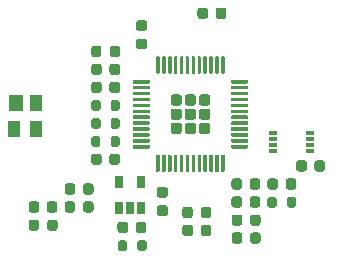
<source format=gbp>
G04 #@! TF.GenerationSoftware,KiCad,Pcbnew,(5.1.10-1-10_14)*
G04 #@! TF.CreationDate,2022-01-16T16:12:51+09:00*
G04 #@! TF.ProjectId,ft2232_jtag_tap,66743232-3332-45f6-9a74-61675f746170,rev?*
G04 #@! TF.SameCoordinates,Original*
G04 #@! TF.FileFunction,Paste,Bot*
G04 #@! TF.FilePolarity,Positive*
%FSLAX46Y46*%
G04 Gerber Fmt 4.6, Leading zero omitted, Abs format (unit mm)*
G04 Created by KiCad (PCBNEW (5.1.10-1-10_14)) date 2022-01-16 16:12:51*
%MOMM*%
%LPD*%
G01*
G04 APERTURE LIST*
%ADD10R,0.800000X0.300000*%
%ADD11R,0.650000X1.060000*%
%ADD12R,1.000000X1.400000*%
%ADD13R,1.200000X1.400000*%
G04 APERTURE END LIST*
D10*
X77032000Y-120078000D03*
X77032000Y-119578000D03*
X77032000Y-119078000D03*
X77032000Y-118578000D03*
X73932000Y-118578000D03*
X73932000Y-119078000D03*
X73932000Y-119578000D03*
X73932000Y-120078000D03*
G36*
G01*
X77425000Y-121608000D02*
X77425000Y-121108000D01*
G75*
G02*
X77650000Y-120883000I225000J0D01*
G01*
X78100000Y-120883000D01*
G75*
G02*
X78325000Y-121108000I0J-225000D01*
G01*
X78325000Y-121608000D01*
G75*
G02*
X78100000Y-121833000I-225000J0D01*
G01*
X77650000Y-121833000D01*
G75*
G02*
X77425000Y-121608000I0J225000D01*
G01*
G37*
G36*
G01*
X75875000Y-121608000D02*
X75875000Y-121108000D01*
G75*
G02*
X76100000Y-120883000I225000J0D01*
G01*
X76550000Y-120883000D01*
G75*
G02*
X76775000Y-121108000I0J-225000D01*
G01*
X76775000Y-121608000D01*
G75*
G02*
X76550000Y-121833000I-225000J0D01*
G01*
X76100000Y-121833000D01*
G75*
G02*
X75875000Y-121608000I0J225000D01*
G01*
G37*
G36*
G01*
X68415000Y-108180000D02*
X68415000Y-108680000D01*
G75*
G02*
X68190000Y-108905000I-225000J0D01*
G01*
X67740000Y-108905000D01*
G75*
G02*
X67515000Y-108680000I0J225000D01*
G01*
X67515000Y-108180000D01*
G75*
G02*
X67740000Y-107955000I225000J0D01*
G01*
X68190000Y-107955000D01*
G75*
G02*
X68415000Y-108180000I0J-225000D01*
G01*
G37*
G36*
G01*
X69965000Y-108180000D02*
X69965000Y-108680000D01*
G75*
G02*
X69740000Y-108905000I-225000J0D01*
G01*
X69290000Y-108905000D01*
G75*
G02*
X69065000Y-108680000I0J225000D01*
G01*
X69065000Y-108180000D01*
G75*
G02*
X69290000Y-107955000I225000J0D01*
G01*
X69740000Y-107955000D01*
G75*
G02*
X69965000Y-108180000I0J-225000D01*
G01*
G37*
G36*
G01*
X67635000Y-116022500D02*
X67635000Y-115537500D01*
G75*
G02*
X67877500Y-115295000I242500J0D01*
G01*
X68362500Y-115295000D01*
G75*
G02*
X68605000Y-115537500I0J-242500D01*
G01*
X68605000Y-116022500D01*
G75*
G02*
X68362500Y-116265000I-242500J0D01*
G01*
X67877500Y-116265000D01*
G75*
G02*
X67635000Y-116022500I0J242500D01*
G01*
G37*
G36*
G01*
X67635000Y-117222500D02*
X67635000Y-116737500D01*
G75*
G02*
X67877500Y-116495000I242500J0D01*
G01*
X68362500Y-116495000D01*
G75*
G02*
X68605000Y-116737500I0J-242500D01*
G01*
X68605000Y-117222500D01*
G75*
G02*
X68362500Y-117465000I-242500J0D01*
G01*
X67877500Y-117465000D01*
G75*
G02*
X67635000Y-117222500I0J242500D01*
G01*
G37*
G36*
G01*
X67635000Y-118422500D02*
X67635000Y-117937500D01*
G75*
G02*
X67877500Y-117695000I242500J0D01*
G01*
X68362500Y-117695000D01*
G75*
G02*
X68605000Y-117937500I0J-242500D01*
G01*
X68605000Y-118422500D01*
G75*
G02*
X68362500Y-118665000I-242500J0D01*
G01*
X67877500Y-118665000D01*
G75*
G02*
X67635000Y-118422500I0J242500D01*
G01*
G37*
G36*
G01*
X66435000Y-116022500D02*
X66435000Y-115537500D01*
G75*
G02*
X66677500Y-115295000I242500J0D01*
G01*
X67162500Y-115295000D01*
G75*
G02*
X67405000Y-115537500I0J-242500D01*
G01*
X67405000Y-116022500D01*
G75*
G02*
X67162500Y-116265000I-242500J0D01*
G01*
X66677500Y-116265000D01*
G75*
G02*
X66435000Y-116022500I0J242500D01*
G01*
G37*
G36*
G01*
X66435000Y-117222500D02*
X66435000Y-116737500D01*
G75*
G02*
X66677500Y-116495000I242500J0D01*
G01*
X67162500Y-116495000D01*
G75*
G02*
X67405000Y-116737500I0J-242500D01*
G01*
X67405000Y-117222500D01*
G75*
G02*
X67162500Y-117465000I-242500J0D01*
G01*
X66677500Y-117465000D01*
G75*
G02*
X66435000Y-117222500I0J242500D01*
G01*
G37*
G36*
G01*
X66435000Y-118422500D02*
X66435000Y-117937500D01*
G75*
G02*
X66677500Y-117695000I242500J0D01*
G01*
X67162500Y-117695000D01*
G75*
G02*
X67405000Y-117937500I0J-242500D01*
G01*
X67405000Y-118422500D01*
G75*
G02*
X67162500Y-118665000I-242500J0D01*
G01*
X66677500Y-118665000D01*
G75*
G02*
X66435000Y-118422500I0J242500D01*
G01*
G37*
G36*
G01*
X65235000Y-116022500D02*
X65235000Y-115537500D01*
G75*
G02*
X65477500Y-115295000I242500J0D01*
G01*
X65962500Y-115295000D01*
G75*
G02*
X66205000Y-115537500I0J-242500D01*
G01*
X66205000Y-116022500D01*
G75*
G02*
X65962500Y-116265000I-242500J0D01*
G01*
X65477500Y-116265000D01*
G75*
G02*
X65235000Y-116022500I0J242500D01*
G01*
G37*
G36*
G01*
X65235000Y-117222500D02*
X65235000Y-116737500D01*
G75*
G02*
X65477500Y-116495000I242500J0D01*
G01*
X65962500Y-116495000D01*
G75*
G02*
X66205000Y-116737500I0J-242500D01*
G01*
X66205000Y-117222500D01*
G75*
G02*
X65962500Y-117465000I-242500J0D01*
G01*
X65477500Y-117465000D01*
G75*
G02*
X65235000Y-117222500I0J242500D01*
G01*
G37*
G36*
G01*
X65235000Y-118422500D02*
X65235000Y-117937500D01*
G75*
G02*
X65477500Y-117695000I242500J0D01*
G01*
X65962500Y-117695000D01*
G75*
G02*
X66205000Y-117937500I0J-242500D01*
G01*
X66205000Y-118422500D01*
G75*
G02*
X65962500Y-118665000I-242500J0D01*
G01*
X65477500Y-118665000D01*
G75*
G02*
X65235000Y-118422500I0J242500D01*
G01*
G37*
G36*
G01*
X64020000Y-121805000D02*
X64020000Y-120480000D01*
G75*
G02*
X64095000Y-120405000I75000J0D01*
G01*
X64245000Y-120405000D01*
G75*
G02*
X64320000Y-120480000I0J-75000D01*
G01*
X64320000Y-121805000D01*
G75*
G02*
X64245000Y-121880000I-75000J0D01*
G01*
X64095000Y-121880000D01*
G75*
G02*
X64020000Y-121805000I0J75000D01*
G01*
G37*
G36*
G01*
X64520000Y-121805000D02*
X64520000Y-120480000D01*
G75*
G02*
X64595000Y-120405000I75000J0D01*
G01*
X64745000Y-120405000D01*
G75*
G02*
X64820000Y-120480000I0J-75000D01*
G01*
X64820000Y-121805000D01*
G75*
G02*
X64745000Y-121880000I-75000J0D01*
G01*
X64595000Y-121880000D01*
G75*
G02*
X64520000Y-121805000I0J75000D01*
G01*
G37*
G36*
G01*
X65020000Y-121805000D02*
X65020000Y-120480000D01*
G75*
G02*
X65095000Y-120405000I75000J0D01*
G01*
X65245000Y-120405000D01*
G75*
G02*
X65320000Y-120480000I0J-75000D01*
G01*
X65320000Y-121805000D01*
G75*
G02*
X65245000Y-121880000I-75000J0D01*
G01*
X65095000Y-121880000D01*
G75*
G02*
X65020000Y-121805000I0J75000D01*
G01*
G37*
G36*
G01*
X65520000Y-121805000D02*
X65520000Y-120480000D01*
G75*
G02*
X65595000Y-120405000I75000J0D01*
G01*
X65745000Y-120405000D01*
G75*
G02*
X65820000Y-120480000I0J-75000D01*
G01*
X65820000Y-121805000D01*
G75*
G02*
X65745000Y-121880000I-75000J0D01*
G01*
X65595000Y-121880000D01*
G75*
G02*
X65520000Y-121805000I0J75000D01*
G01*
G37*
G36*
G01*
X66020000Y-121805000D02*
X66020000Y-120480000D01*
G75*
G02*
X66095000Y-120405000I75000J0D01*
G01*
X66245000Y-120405000D01*
G75*
G02*
X66320000Y-120480000I0J-75000D01*
G01*
X66320000Y-121805000D01*
G75*
G02*
X66245000Y-121880000I-75000J0D01*
G01*
X66095000Y-121880000D01*
G75*
G02*
X66020000Y-121805000I0J75000D01*
G01*
G37*
G36*
G01*
X66520000Y-121805000D02*
X66520000Y-120480000D01*
G75*
G02*
X66595000Y-120405000I75000J0D01*
G01*
X66745000Y-120405000D01*
G75*
G02*
X66820000Y-120480000I0J-75000D01*
G01*
X66820000Y-121805000D01*
G75*
G02*
X66745000Y-121880000I-75000J0D01*
G01*
X66595000Y-121880000D01*
G75*
G02*
X66520000Y-121805000I0J75000D01*
G01*
G37*
G36*
G01*
X67020000Y-121805000D02*
X67020000Y-120480000D01*
G75*
G02*
X67095000Y-120405000I75000J0D01*
G01*
X67245000Y-120405000D01*
G75*
G02*
X67320000Y-120480000I0J-75000D01*
G01*
X67320000Y-121805000D01*
G75*
G02*
X67245000Y-121880000I-75000J0D01*
G01*
X67095000Y-121880000D01*
G75*
G02*
X67020000Y-121805000I0J75000D01*
G01*
G37*
G36*
G01*
X67520000Y-121805000D02*
X67520000Y-120480000D01*
G75*
G02*
X67595000Y-120405000I75000J0D01*
G01*
X67745000Y-120405000D01*
G75*
G02*
X67820000Y-120480000I0J-75000D01*
G01*
X67820000Y-121805000D01*
G75*
G02*
X67745000Y-121880000I-75000J0D01*
G01*
X67595000Y-121880000D01*
G75*
G02*
X67520000Y-121805000I0J75000D01*
G01*
G37*
G36*
G01*
X68020000Y-121805000D02*
X68020000Y-120480000D01*
G75*
G02*
X68095000Y-120405000I75000J0D01*
G01*
X68245000Y-120405000D01*
G75*
G02*
X68320000Y-120480000I0J-75000D01*
G01*
X68320000Y-121805000D01*
G75*
G02*
X68245000Y-121880000I-75000J0D01*
G01*
X68095000Y-121880000D01*
G75*
G02*
X68020000Y-121805000I0J75000D01*
G01*
G37*
G36*
G01*
X68520000Y-121805000D02*
X68520000Y-120480000D01*
G75*
G02*
X68595000Y-120405000I75000J0D01*
G01*
X68745000Y-120405000D01*
G75*
G02*
X68820000Y-120480000I0J-75000D01*
G01*
X68820000Y-121805000D01*
G75*
G02*
X68745000Y-121880000I-75000J0D01*
G01*
X68595000Y-121880000D01*
G75*
G02*
X68520000Y-121805000I0J75000D01*
G01*
G37*
G36*
G01*
X69020000Y-121805000D02*
X69020000Y-120480000D01*
G75*
G02*
X69095000Y-120405000I75000J0D01*
G01*
X69245000Y-120405000D01*
G75*
G02*
X69320000Y-120480000I0J-75000D01*
G01*
X69320000Y-121805000D01*
G75*
G02*
X69245000Y-121880000I-75000J0D01*
G01*
X69095000Y-121880000D01*
G75*
G02*
X69020000Y-121805000I0J75000D01*
G01*
G37*
G36*
G01*
X69520000Y-121805000D02*
X69520000Y-120480000D01*
G75*
G02*
X69595000Y-120405000I75000J0D01*
G01*
X69745000Y-120405000D01*
G75*
G02*
X69820000Y-120480000I0J-75000D01*
G01*
X69820000Y-121805000D01*
G75*
G02*
X69745000Y-121880000I-75000J0D01*
G01*
X69595000Y-121880000D01*
G75*
G02*
X69520000Y-121805000I0J75000D01*
G01*
G37*
G36*
G01*
X70345000Y-119805000D02*
X70345000Y-119655000D01*
G75*
G02*
X70420000Y-119580000I75000J0D01*
G01*
X71745000Y-119580000D01*
G75*
G02*
X71820000Y-119655000I0J-75000D01*
G01*
X71820000Y-119805000D01*
G75*
G02*
X71745000Y-119880000I-75000J0D01*
G01*
X70420000Y-119880000D01*
G75*
G02*
X70345000Y-119805000I0J75000D01*
G01*
G37*
G36*
G01*
X70345000Y-119305000D02*
X70345000Y-119155000D01*
G75*
G02*
X70420000Y-119080000I75000J0D01*
G01*
X71745000Y-119080000D01*
G75*
G02*
X71820000Y-119155000I0J-75000D01*
G01*
X71820000Y-119305000D01*
G75*
G02*
X71745000Y-119380000I-75000J0D01*
G01*
X70420000Y-119380000D01*
G75*
G02*
X70345000Y-119305000I0J75000D01*
G01*
G37*
G36*
G01*
X70345000Y-118805000D02*
X70345000Y-118655000D01*
G75*
G02*
X70420000Y-118580000I75000J0D01*
G01*
X71745000Y-118580000D01*
G75*
G02*
X71820000Y-118655000I0J-75000D01*
G01*
X71820000Y-118805000D01*
G75*
G02*
X71745000Y-118880000I-75000J0D01*
G01*
X70420000Y-118880000D01*
G75*
G02*
X70345000Y-118805000I0J75000D01*
G01*
G37*
G36*
G01*
X70345000Y-118305000D02*
X70345000Y-118155000D01*
G75*
G02*
X70420000Y-118080000I75000J0D01*
G01*
X71745000Y-118080000D01*
G75*
G02*
X71820000Y-118155000I0J-75000D01*
G01*
X71820000Y-118305000D01*
G75*
G02*
X71745000Y-118380000I-75000J0D01*
G01*
X70420000Y-118380000D01*
G75*
G02*
X70345000Y-118305000I0J75000D01*
G01*
G37*
G36*
G01*
X70345000Y-117805000D02*
X70345000Y-117655000D01*
G75*
G02*
X70420000Y-117580000I75000J0D01*
G01*
X71745000Y-117580000D01*
G75*
G02*
X71820000Y-117655000I0J-75000D01*
G01*
X71820000Y-117805000D01*
G75*
G02*
X71745000Y-117880000I-75000J0D01*
G01*
X70420000Y-117880000D01*
G75*
G02*
X70345000Y-117805000I0J75000D01*
G01*
G37*
G36*
G01*
X70345000Y-117305000D02*
X70345000Y-117155000D01*
G75*
G02*
X70420000Y-117080000I75000J0D01*
G01*
X71745000Y-117080000D01*
G75*
G02*
X71820000Y-117155000I0J-75000D01*
G01*
X71820000Y-117305000D01*
G75*
G02*
X71745000Y-117380000I-75000J0D01*
G01*
X70420000Y-117380000D01*
G75*
G02*
X70345000Y-117305000I0J75000D01*
G01*
G37*
G36*
G01*
X70345000Y-116805000D02*
X70345000Y-116655000D01*
G75*
G02*
X70420000Y-116580000I75000J0D01*
G01*
X71745000Y-116580000D01*
G75*
G02*
X71820000Y-116655000I0J-75000D01*
G01*
X71820000Y-116805000D01*
G75*
G02*
X71745000Y-116880000I-75000J0D01*
G01*
X70420000Y-116880000D01*
G75*
G02*
X70345000Y-116805000I0J75000D01*
G01*
G37*
G36*
G01*
X70345000Y-116305000D02*
X70345000Y-116155000D01*
G75*
G02*
X70420000Y-116080000I75000J0D01*
G01*
X71745000Y-116080000D01*
G75*
G02*
X71820000Y-116155000I0J-75000D01*
G01*
X71820000Y-116305000D01*
G75*
G02*
X71745000Y-116380000I-75000J0D01*
G01*
X70420000Y-116380000D01*
G75*
G02*
X70345000Y-116305000I0J75000D01*
G01*
G37*
G36*
G01*
X70345000Y-115805000D02*
X70345000Y-115655000D01*
G75*
G02*
X70420000Y-115580000I75000J0D01*
G01*
X71745000Y-115580000D01*
G75*
G02*
X71820000Y-115655000I0J-75000D01*
G01*
X71820000Y-115805000D01*
G75*
G02*
X71745000Y-115880000I-75000J0D01*
G01*
X70420000Y-115880000D01*
G75*
G02*
X70345000Y-115805000I0J75000D01*
G01*
G37*
G36*
G01*
X70345000Y-115305000D02*
X70345000Y-115155000D01*
G75*
G02*
X70420000Y-115080000I75000J0D01*
G01*
X71745000Y-115080000D01*
G75*
G02*
X71820000Y-115155000I0J-75000D01*
G01*
X71820000Y-115305000D01*
G75*
G02*
X71745000Y-115380000I-75000J0D01*
G01*
X70420000Y-115380000D01*
G75*
G02*
X70345000Y-115305000I0J75000D01*
G01*
G37*
G36*
G01*
X70345000Y-114805000D02*
X70345000Y-114655000D01*
G75*
G02*
X70420000Y-114580000I75000J0D01*
G01*
X71745000Y-114580000D01*
G75*
G02*
X71820000Y-114655000I0J-75000D01*
G01*
X71820000Y-114805000D01*
G75*
G02*
X71745000Y-114880000I-75000J0D01*
G01*
X70420000Y-114880000D01*
G75*
G02*
X70345000Y-114805000I0J75000D01*
G01*
G37*
G36*
G01*
X70345000Y-114305000D02*
X70345000Y-114155000D01*
G75*
G02*
X70420000Y-114080000I75000J0D01*
G01*
X71745000Y-114080000D01*
G75*
G02*
X71820000Y-114155000I0J-75000D01*
G01*
X71820000Y-114305000D01*
G75*
G02*
X71745000Y-114380000I-75000J0D01*
G01*
X70420000Y-114380000D01*
G75*
G02*
X70345000Y-114305000I0J75000D01*
G01*
G37*
G36*
G01*
X69520000Y-113480000D02*
X69520000Y-112155000D01*
G75*
G02*
X69595000Y-112080000I75000J0D01*
G01*
X69745000Y-112080000D01*
G75*
G02*
X69820000Y-112155000I0J-75000D01*
G01*
X69820000Y-113480000D01*
G75*
G02*
X69745000Y-113555000I-75000J0D01*
G01*
X69595000Y-113555000D01*
G75*
G02*
X69520000Y-113480000I0J75000D01*
G01*
G37*
G36*
G01*
X69020000Y-113480000D02*
X69020000Y-112155000D01*
G75*
G02*
X69095000Y-112080000I75000J0D01*
G01*
X69245000Y-112080000D01*
G75*
G02*
X69320000Y-112155000I0J-75000D01*
G01*
X69320000Y-113480000D01*
G75*
G02*
X69245000Y-113555000I-75000J0D01*
G01*
X69095000Y-113555000D01*
G75*
G02*
X69020000Y-113480000I0J75000D01*
G01*
G37*
G36*
G01*
X68520000Y-113480000D02*
X68520000Y-112155000D01*
G75*
G02*
X68595000Y-112080000I75000J0D01*
G01*
X68745000Y-112080000D01*
G75*
G02*
X68820000Y-112155000I0J-75000D01*
G01*
X68820000Y-113480000D01*
G75*
G02*
X68745000Y-113555000I-75000J0D01*
G01*
X68595000Y-113555000D01*
G75*
G02*
X68520000Y-113480000I0J75000D01*
G01*
G37*
G36*
G01*
X68020000Y-113480000D02*
X68020000Y-112155000D01*
G75*
G02*
X68095000Y-112080000I75000J0D01*
G01*
X68245000Y-112080000D01*
G75*
G02*
X68320000Y-112155000I0J-75000D01*
G01*
X68320000Y-113480000D01*
G75*
G02*
X68245000Y-113555000I-75000J0D01*
G01*
X68095000Y-113555000D01*
G75*
G02*
X68020000Y-113480000I0J75000D01*
G01*
G37*
G36*
G01*
X67520000Y-113480000D02*
X67520000Y-112155000D01*
G75*
G02*
X67595000Y-112080000I75000J0D01*
G01*
X67745000Y-112080000D01*
G75*
G02*
X67820000Y-112155000I0J-75000D01*
G01*
X67820000Y-113480000D01*
G75*
G02*
X67745000Y-113555000I-75000J0D01*
G01*
X67595000Y-113555000D01*
G75*
G02*
X67520000Y-113480000I0J75000D01*
G01*
G37*
G36*
G01*
X67020000Y-113480000D02*
X67020000Y-112155000D01*
G75*
G02*
X67095000Y-112080000I75000J0D01*
G01*
X67245000Y-112080000D01*
G75*
G02*
X67320000Y-112155000I0J-75000D01*
G01*
X67320000Y-113480000D01*
G75*
G02*
X67245000Y-113555000I-75000J0D01*
G01*
X67095000Y-113555000D01*
G75*
G02*
X67020000Y-113480000I0J75000D01*
G01*
G37*
G36*
G01*
X66520000Y-113480000D02*
X66520000Y-112155000D01*
G75*
G02*
X66595000Y-112080000I75000J0D01*
G01*
X66745000Y-112080000D01*
G75*
G02*
X66820000Y-112155000I0J-75000D01*
G01*
X66820000Y-113480000D01*
G75*
G02*
X66745000Y-113555000I-75000J0D01*
G01*
X66595000Y-113555000D01*
G75*
G02*
X66520000Y-113480000I0J75000D01*
G01*
G37*
G36*
G01*
X66020000Y-113480000D02*
X66020000Y-112155000D01*
G75*
G02*
X66095000Y-112080000I75000J0D01*
G01*
X66245000Y-112080000D01*
G75*
G02*
X66320000Y-112155000I0J-75000D01*
G01*
X66320000Y-113480000D01*
G75*
G02*
X66245000Y-113555000I-75000J0D01*
G01*
X66095000Y-113555000D01*
G75*
G02*
X66020000Y-113480000I0J75000D01*
G01*
G37*
G36*
G01*
X65520000Y-113480000D02*
X65520000Y-112155000D01*
G75*
G02*
X65595000Y-112080000I75000J0D01*
G01*
X65745000Y-112080000D01*
G75*
G02*
X65820000Y-112155000I0J-75000D01*
G01*
X65820000Y-113480000D01*
G75*
G02*
X65745000Y-113555000I-75000J0D01*
G01*
X65595000Y-113555000D01*
G75*
G02*
X65520000Y-113480000I0J75000D01*
G01*
G37*
G36*
G01*
X65020000Y-113480000D02*
X65020000Y-112155000D01*
G75*
G02*
X65095000Y-112080000I75000J0D01*
G01*
X65245000Y-112080000D01*
G75*
G02*
X65320000Y-112155000I0J-75000D01*
G01*
X65320000Y-113480000D01*
G75*
G02*
X65245000Y-113555000I-75000J0D01*
G01*
X65095000Y-113555000D01*
G75*
G02*
X65020000Y-113480000I0J75000D01*
G01*
G37*
G36*
G01*
X64520000Y-113480000D02*
X64520000Y-112155000D01*
G75*
G02*
X64595000Y-112080000I75000J0D01*
G01*
X64745000Y-112080000D01*
G75*
G02*
X64820000Y-112155000I0J-75000D01*
G01*
X64820000Y-113480000D01*
G75*
G02*
X64745000Y-113555000I-75000J0D01*
G01*
X64595000Y-113555000D01*
G75*
G02*
X64520000Y-113480000I0J75000D01*
G01*
G37*
G36*
G01*
X64020000Y-113480000D02*
X64020000Y-112155000D01*
G75*
G02*
X64095000Y-112080000I75000J0D01*
G01*
X64245000Y-112080000D01*
G75*
G02*
X64320000Y-112155000I0J-75000D01*
G01*
X64320000Y-113480000D01*
G75*
G02*
X64245000Y-113555000I-75000J0D01*
G01*
X64095000Y-113555000D01*
G75*
G02*
X64020000Y-113480000I0J75000D01*
G01*
G37*
G36*
G01*
X62020000Y-114305000D02*
X62020000Y-114155000D01*
G75*
G02*
X62095000Y-114080000I75000J0D01*
G01*
X63420000Y-114080000D01*
G75*
G02*
X63495000Y-114155000I0J-75000D01*
G01*
X63495000Y-114305000D01*
G75*
G02*
X63420000Y-114380000I-75000J0D01*
G01*
X62095000Y-114380000D01*
G75*
G02*
X62020000Y-114305000I0J75000D01*
G01*
G37*
G36*
G01*
X62020000Y-114805000D02*
X62020000Y-114655000D01*
G75*
G02*
X62095000Y-114580000I75000J0D01*
G01*
X63420000Y-114580000D01*
G75*
G02*
X63495000Y-114655000I0J-75000D01*
G01*
X63495000Y-114805000D01*
G75*
G02*
X63420000Y-114880000I-75000J0D01*
G01*
X62095000Y-114880000D01*
G75*
G02*
X62020000Y-114805000I0J75000D01*
G01*
G37*
G36*
G01*
X62020000Y-115305000D02*
X62020000Y-115155000D01*
G75*
G02*
X62095000Y-115080000I75000J0D01*
G01*
X63420000Y-115080000D01*
G75*
G02*
X63495000Y-115155000I0J-75000D01*
G01*
X63495000Y-115305000D01*
G75*
G02*
X63420000Y-115380000I-75000J0D01*
G01*
X62095000Y-115380000D01*
G75*
G02*
X62020000Y-115305000I0J75000D01*
G01*
G37*
G36*
G01*
X62020000Y-115805000D02*
X62020000Y-115655000D01*
G75*
G02*
X62095000Y-115580000I75000J0D01*
G01*
X63420000Y-115580000D01*
G75*
G02*
X63495000Y-115655000I0J-75000D01*
G01*
X63495000Y-115805000D01*
G75*
G02*
X63420000Y-115880000I-75000J0D01*
G01*
X62095000Y-115880000D01*
G75*
G02*
X62020000Y-115805000I0J75000D01*
G01*
G37*
G36*
G01*
X62020000Y-116305000D02*
X62020000Y-116155000D01*
G75*
G02*
X62095000Y-116080000I75000J0D01*
G01*
X63420000Y-116080000D01*
G75*
G02*
X63495000Y-116155000I0J-75000D01*
G01*
X63495000Y-116305000D01*
G75*
G02*
X63420000Y-116380000I-75000J0D01*
G01*
X62095000Y-116380000D01*
G75*
G02*
X62020000Y-116305000I0J75000D01*
G01*
G37*
G36*
G01*
X62020000Y-116805000D02*
X62020000Y-116655000D01*
G75*
G02*
X62095000Y-116580000I75000J0D01*
G01*
X63420000Y-116580000D01*
G75*
G02*
X63495000Y-116655000I0J-75000D01*
G01*
X63495000Y-116805000D01*
G75*
G02*
X63420000Y-116880000I-75000J0D01*
G01*
X62095000Y-116880000D01*
G75*
G02*
X62020000Y-116805000I0J75000D01*
G01*
G37*
G36*
G01*
X62020000Y-117305000D02*
X62020000Y-117155000D01*
G75*
G02*
X62095000Y-117080000I75000J0D01*
G01*
X63420000Y-117080000D01*
G75*
G02*
X63495000Y-117155000I0J-75000D01*
G01*
X63495000Y-117305000D01*
G75*
G02*
X63420000Y-117380000I-75000J0D01*
G01*
X62095000Y-117380000D01*
G75*
G02*
X62020000Y-117305000I0J75000D01*
G01*
G37*
G36*
G01*
X62020000Y-117805000D02*
X62020000Y-117655000D01*
G75*
G02*
X62095000Y-117580000I75000J0D01*
G01*
X63420000Y-117580000D01*
G75*
G02*
X63495000Y-117655000I0J-75000D01*
G01*
X63495000Y-117805000D01*
G75*
G02*
X63420000Y-117880000I-75000J0D01*
G01*
X62095000Y-117880000D01*
G75*
G02*
X62020000Y-117805000I0J75000D01*
G01*
G37*
G36*
G01*
X62020000Y-118305000D02*
X62020000Y-118155000D01*
G75*
G02*
X62095000Y-118080000I75000J0D01*
G01*
X63420000Y-118080000D01*
G75*
G02*
X63495000Y-118155000I0J-75000D01*
G01*
X63495000Y-118305000D01*
G75*
G02*
X63420000Y-118380000I-75000J0D01*
G01*
X62095000Y-118380000D01*
G75*
G02*
X62020000Y-118305000I0J75000D01*
G01*
G37*
G36*
G01*
X62020000Y-118805000D02*
X62020000Y-118655000D01*
G75*
G02*
X62095000Y-118580000I75000J0D01*
G01*
X63420000Y-118580000D01*
G75*
G02*
X63495000Y-118655000I0J-75000D01*
G01*
X63495000Y-118805000D01*
G75*
G02*
X63420000Y-118880000I-75000J0D01*
G01*
X62095000Y-118880000D01*
G75*
G02*
X62020000Y-118805000I0J75000D01*
G01*
G37*
G36*
G01*
X62020000Y-119305000D02*
X62020000Y-119155000D01*
G75*
G02*
X62095000Y-119080000I75000J0D01*
G01*
X63420000Y-119080000D01*
G75*
G02*
X63495000Y-119155000I0J-75000D01*
G01*
X63495000Y-119305000D01*
G75*
G02*
X63420000Y-119380000I-75000J0D01*
G01*
X62095000Y-119380000D01*
G75*
G02*
X62020000Y-119305000I0J75000D01*
G01*
G37*
G36*
G01*
X62020000Y-119805000D02*
X62020000Y-119655000D01*
G75*
G02*
X62095000Y-119580000I75000J0D01*
G01*
X63420000Y-119580000D01*
G75*
G02*
X63495000Y-119655000I0J-75000D01*
G01*
X63495000Y-119805000D01*
G75*
G02*
X63420000Y-119880000I-75000J0D01*
G01*
X62095000Y-119880000D01*
G75*
G02*
X62020000Y-119805000I0J75000D01*
G01*
G37*
D11*
X62760000Y-122680000D03*
X60860000Y-122680000D03*
X60860000Y-124880000D03*
X61810000Y-124880000D03*
X62760000Y-124880000D03*
G36*
G01*
X59305000Y-119005000D02*
X59305000Y-119555000D01*
G75*
G02*
X59105000Y-119755000I-200000J0D01*
G01*
X58705000Y-119755000D01*
G75*
G02*
X58505000Y-119555000I0J200000D01*
G01*
X58505000Y-119005000D01*
G75*
G02*
X58705000Y-118805000I200000J0D01*
G01*
X59105000Y-118805000D01*
G75*
G02*
X59305000Y-119005000I0J-200000D01*
G01*
G37*
G36*
G01*
X60955000Y-119005000D02*
X60955000Y-119555000D01*
G75*
G02*
X60755000Y-119755000I-200000J0D01*
G01*
X60355000Y-119755000D01*
G75*
G02*
X60155000Y-119555000I0J200000D01*
G01*
X60155000Y-119005000D01*
G75*
G02*
X60355000Y-118805000I200000J0D01*
G01*
X60755000Y-118805000D01*
G75*
G02*
X60955000Y-119005000I0J-200000D01*
G01*
G37*
G36*
G01*
X74235000Y-124145000D02*
X74235000Y-124695000D01*
G75*
G02*
X74035000Y-124895000I-200000J0D01*
G01*
X73635000Y-124895000D01*
G75*
G02*
X73435000Y-124695000I0J200000D01*
G01*
X73435000Y-124145000D01*
G75*
G02*
X73635000Y-123945000I200000J0D01*
G01*
X74035000Y-123945000D01*
G75*
G02*
X74235000Y-124145000I0J-200000D01*
G01*
G37*
G36*
G01*
X75885000Y-124145000D02*
X75885000Y-124695000D01*
G75*
G02*
X75685000Y-124895000I-200000J0D01*
G01*
X75285000Y-124895000D01*
G75*
G02*
X75085000Y-124695000I0J200000D01*
G01*
X75085000Y-124145000D01*
G75*
G02*
X75285000Y-123945000I200000J0D01*
G01*
X75685000Y-123945000D01*
G75*
G02*
X75885000Y-124145000I0J-200000D01*
G01*
G37*
G36*
G01*
X59390000Y-111403750D02*
X59390000Y-111916250D01*
G75*
G02*
X59171250Y-112135000I-218750J0D01*
G01*
X58733750Y-112135000D01*
G75*
G02*
X58515000Y-111916250I0J218750D01*
G01*
X58515000Y-111403750D01*
G75*
G02*
X58733750Y-111185000I218750J0D01*
G01*
X59171250Y-111185000D01*
G75*
G02*
X59390000Y-111403750I0J-218750D01*
G01*
G37*
G36*
G01*
X60965000Y-111403750D02*
X60965000Y-111916250D01*
G75*
G02*
X60746250Y-112135000I-218750J0D01*
G01*
X60308750Y-112135000D01*
G75*
G02*
X60090000Y-111916250I0J218750D01*
G01*
X60090000Y-111403750D01*
G75*
G02*
X60308750Y-111185000I218750J0D01*
G01*
X60746250Y-111185000D01*
G75*
G02*
X60965000Y-111403750I0J-218750D01*
G01*
G37*
G36*
G01*
X61565000Y-127845000D02*
X61565000Y-128395000D01*
G75*
G02*
X61365000Y-128595000I-200000J0D01*
G01*
X60965000Y-128595000D01*
G75*
G02*
X60765000Y-128395000I0J200000D01*
G01*
X60765000Y-127845000D01*
G75*
G02*
X60965000Y-127645000I200000J0D01*
G01*
X61365000Y-127645000D01*
G75*
G02*
X61565000Y-127845000I0J-200000D01*
G01*
G37*
G36*
G01*
X63215000Y-127845000D02*
X63215000Y-128395000D01*
G75*
G02*
X63015000Y-128595000I-200000J0D01*
G01*
X62615000Y-128595000D01*
G75*
G02*
X62415000Y-128395000I0J200000D01*
G01*
X62415000Y-127845000D01*
G75*
G02*
X62615000Y-127645000I200000J0D01*
G01*
X63015000Y-127645000D01*
G75*
G02*
X63215000Y-127845000I0J-200000D01*
G01*
G37*
G36*
G01*
X59315000Y-115965000D02*
X59315000Y-116515000D01*
G75*
G02*
X59115000Y-116715000I-200000J0D01*
G01*
X58715000Y-116715000D01*
G75*
G02*
X58515000Y-116515000I0J200000D01*
G01*
X58515000Y-115965000D01*
G75*
G02*
X58715000Y-115765000I200000J0D01*
G01*
X59115000Y-115765000D01*
G75*
G02*
X59315000Y-115965000I0J-200000D01*
G01*
G37*
G36*
G01*
X60965000Y-115965000D02*
X60965000Y-116515000D01*
G75*
G02*
X60765000Y-116715000I-200000J0D01*
G01*
X60365000Y-116715000D01*
G75*
G02*
X60165000Y-116515000I0J200000D01*
G01*
X60165000Y-115965000D01*
G75*
G02*
X60365000Y-115765000I200000J0D01*
G01*
X60765000Y-115765000D01*
G75*
G02*
X60965000Y-115965000I0J-200000D01*
G01*
G37*
G36*
G01*
X59315000Y-117485000D02*
X59315000Y-118035000D01*
G75*
G02*
X59115000Y-118235000I-200000J0D01*
G01*
X58715000Y-118235000D01*
G75*
G02*
X58515000Y-118035000I0J200000D01*
G01*
X58515000Y-117485000D01*
G75*
G02*
X58715000Y-117285000I200000J0D01*
G01*
X59115000Y-117285000D01*
G75*
G02*
X59315000Y-117485000I0J-200000D01*
G01*
G37*
G36*
G01*
X60965000Y-117485000D02*
X60965000Y-118035000D01*
G75*
G02*
X60765000Y-118235000I-200000J0D01*
G01*
X60365000Y-118235000D01*
G75*
G02*
X60165000Y-118035000I0J200000D01*
G01*
X60165000Y-117485000D01*
G75*
G02*
X60365000Y-117285000I200000J0D01*
G01*
X60765000Y-117285000D01*
G75*
G02*
X60965000Y-117485000I0J-200000D01*
G01*
G37*
G36*
G01*
X57140000Y-124573750D02*
X57140000Y-125086250D01*
G75*
G02*
X56921250Y-125305000I-218750J0D01*
G01*
X56483750Y-125305000D01*
G75*
G02*
X56265000Y-125086250I0J218750D01*
G01*
X56265000Y-124573750D01*
G75*
G02*
X56483750Y-124355000I218750J0D01*
G01*
X56921250Y-124355000D01*
G75*
G02*
X57140000Y-124573750I0J-218750D01*
G01*
G37*
G36*
G01*
X58715000Y-124573750D02*
X58715000Y-125086250D01*
G75*
G02*
X58496250Y-125305000I-218750J0D01*
G01*
X58058750Y-125305000D01*
G75*
G02*
X57840000Y-125086250I0J218750D01*
G01*
X57840000Y-124573750D01*
G75*
G02*
X58058750Y-124355000I218750J0D01*
G01*
X58496250Y-124355000D01*
G75*
G02*
X58715000Y-124573750I0J-218750D01*
G01*
G37*
G36*
G01*
X54100000Y-126113750D02*
X54100000Y-126626250D01*
G75*
G02*
X53881250Y-126845000I-218750J0D01*
G01*
X53443750Y-126845000D01*
G75*
G02*
X53225000Y-126626250I0J218750D01*
G01*
X53225000Y-126113750D01*
G75*
G02*
X53443750Y-125895000I218750J0D01*
G01*
X53881250Y-125895000D01*
G75*
G02*
X54100000Y-126113750I0J-218750D01*
G01*
G37*
G36*
G01*
X55675000Y-126113750D02*
X55675000Y-126626250D01*
G75*
G02*
X55456250Y-126845000I-218750J0D01*
G01*
X55018750Y-126845000D01*
G75*
G02*
X54800000Y-126626250I0J218750D01*
G01*
X54800000Y-126113750D01*
G75*
G02*
X55018750Y-125895000I218750J0D01*
G01*
X55456250Y-125895000D01*
G75*
G02*
X55675000Y-126113750I0J-218750D01*
G01*
G37*
D12*
X51980000Y-118190000D03*
X53880000Y-118190000D03*
X53880000Y-115990000D03*
D13*
X52160000Y-115990000D03*
G36*
G01*
X59415000Y-114460000D02*
X59415000Y-114960000D01*
G75*
G02*
X59190000Y-115185000I-225000J0D01*
G01*
X58740000Y-115185000D01*
G75*
G02*
X58515000Y-114960000I0J225000D01*
G01*
X58515000Y-114460000D01*
G75*
G02*
X58740000Y-114235000I225000J0D01*
G01*
X59190000Y-114235000D01*
G75*
G02*
X59415000Y-114460000I0J-225000D01*
G01*
G37*
G36*
G01*
X60965000Y-114460000D02*
X60965000Y-114960000D01*
G75*
G02*
X60740000Y-115185000I-225000J0D01*
G01*
X60290000Y-115185000D01*
G75*
G02*
X60065000Y-114960000I0J225000D01*
G01*
X60065000Y-114460000D01*
G75*
G02*
X60290000Y-114235000I225000J0D01*
G01*
X60740000Y-114235000D01*
G75*
G02*
X60965000Y-114460000I0J-225000D01*
G01*
G37*
G36*
G01*
X59415000Y-112930000D02*
X59415000Y-113430000D01*
G75*
G02*
X59190000Y-113655000I-225000J0D01*
G01*
X58740000Y-113655000D01*
G75*
G02*
X58515000Y-113430000I0J225000D01*
G01*
X58515000Y-112930000D01*
G75*
G02*
X58740000Y-112705000I225000J0D01*
G01*
X59190000Y-112705000D01*
G75*
G02*
X59415000Y-112930000I0J-225000D01*
G01*
G37*
G36*
G01*
X60965000Y-112930000D02*
X60965000Y-113430000D01*
G75*
G02*
X60740000Y-113655000I-225000J0D01*
G01*
X60290000Y-113655000D01*
G75*
G02*
X60065000Y-113430000I0J225000D01*
G01*
X60065000Y-112930000D01*
G75*
G02*
X60290000Y-112705000I225000J0D01*
G01*
X60740000Y-112705000D01*
G75*
G02*
X60965000Y-112930000I0J-225000D01*
G01*
G37*
G36*
G01*
X71945000Y-123140000D02*
X71945000Y-122640000D01*
G75*
G02*
X72170000Y-122415000I225000J0D01*
G01*
X72620000Y-122415000D01*
G75*
G02*
X72845000Y-122640000I0J-225000D01*
G01*
X72845000Y-123140000D01*
G75*
G02*
X72620000Y-123365000I-225000J0D01*
G01*
X72170000Y-123365000D01*
G75*
G02*
X71945000Y-123140000I0J225000D01*
G01*
G37*
G36*
G01*
X70395000Y-123140000D02*
X70395000Y-122640000D01*
G75*
G02*
X70620000Y-122415000I225000J0D01*
G01*
X71070000Y-122415000D01*
G75*
G02*
X71295000Y-122640000I0J-225000D01*
G01*
X71295000Y-123140000D01*
G75*
G02*
X71070000Y-123365000I-225000J0D01*
G01*
X70620000Y-123365000D01*
G75*
G02*
X70395000Y-123140000I0J225000D01*
G01*
G37*
G36*
G01*
X71959000Y-127716000D02*
X71959000Y-127216000D01*
G75*
G02*
X72184000Y-126991000I225000J0D01*
G01*
X72634000Y-126991000D01*
G75*
G02*
X72859000Y-127216000I0J-225000D01*
G01*
X72859000Y-127716000D01*
G75*
G02*
X72634000Y-127941000I-225000J0D01*
G01*
X72184000Y-127941000D01*
G75*
G02*
X71959000Y-127716000I0J225000D01*
G01*
G37*
G36*
G01*
X70409000Y-127716000D02*
X70409000Y-127216000D01*
G75*
G02*
X70634000Y-126991000I225000J0D01*
G01*
X71084000Y-126991000D01*
G75*
G02*
X71309000Y-127216000I0J-225000D01*
G01*
X71309000Y-127716000D01*
G75*
G02*
X71084000Y-127941000I-225000J0D01*
G01*
X70634000Y-127941000D01*
G75*
G02*
X70409000Y-127716000I0J225000D01*
G01*
G37*
G36*
G01*
X63030000Y-109925000D02*
X62530000Y-109925000D01*
G75*
G02*
X62305000Y-109700000I0J225000D01*
G01*
X62305000Y-109250000D01*
G75*
G02*
X62530000Y-109025000I225000J0D01*
G01*
X63030000Y-109025000D01*
G75*
G02*
X63255000Y-109250000I0J-225000D01*
G01*
X63255000Y-109700000D01*
G75*
G02*
X63030000Y-109925000I-225000J0D01*
G01*
G37*
G36*
G01*
X63030000Y-111475000D02*
X62530000Y-111475000D01*
G75*
G02*
X62305000Y-111250000I0J225000D01*
G01*
X62305000Y-110800000D01*
G75*
G02*
X62530000Y-110575000I225000J0D01*
G01*
X63030000Y-110575000D01*
G75*
G02*
X63255000Y-110800000I0J-225000D01*
G01*
X63255000Y-111250000D01*
G75*
G02*
X63030000Y-111475000I-225000J0D01*
G01*
G37*
G36*
G01*
X59405000Y-120550000D02*
X59405000Y-121050000D01*
G75*
G02*
X59180000Y-121275000I-225000J0D01*
G01*
X58730000Y-121275000D01*
G75*
G02*
X58505000Y-121050000I0J225000D01*
G01*
X58505000Y-120550000D01*
G75*
G02*
X58730000Y-120325000I225000J0D01*
G01*
X59180000Y-120325000D01*
G75*
G02*
X59405000Y-120550000I0J-225000D01*
G01*
G37*
G36*
G01*
X60955000Y-120550000D02*
X60955000Y-121050000D01*
G75*
G02*
X60730000Y-121275000I-225000J0D01*
G01*
X60280000Y-121275000D01*
G75*
G02*
X60055000Y-121050000I0J225000D01*
G01*
X60055000Y-120550000D01*
G75*
G02*
X60280000Y-120325000I225000J0D01*
G01*
X60730000Y-120325000D01*
G75*
G02*
X60955000Y-120550000I0J-225000D01*
G01*
G37*
G36*
G01*
X71959000Y-126196000D02*
X71959000Y-125696000D01*
G75*
G02*
X72184000Y-125471000I225000J0D01*
G01*
X72634000Y-125471000D01*
G75*
G02*
X72859000Y-125696000I0J-225000D01*
G01*
X72859000Y-126196000D01*
G75*
G02*
X72634000Y-126421000I-225000J0D01*
G01*
X72184000Y-126421000D01*
G75*
G02*
X71959000Y-126196000I0J225000D01*
G01*
G37*
G36*
G01*
X70409000Y-126196000D02*
X70409000Y-125696000D01*
G75*
G02*
X70634000Y-125471000I225000J0D01*
G01*
X71084000Y-125471000D01*
G75*
G02*
X71309000Y-125696000I0J-225000D01*
G01*
X71309000Y-126196000D01*
G75*
G02*
X71084000Y-126421000I-225000J0D01*
G01*
X70634000Y-126421000D01*
G75*
G02*
X70409000Y-126196000I0J225000D01*
G01*
G37*
G36*
G01*
X64300000Y-124695000D02*
X64800000Y-124695000D01*
G75*
G02*
X65025000Y-124920000I0J-225000D01*
G01*
X65025000Y-125370000D01*
G75*
G02*
X64800000Y-125595000I-225000J0D01*
G01*
X64300000Y-125595000D01*
G75*
G02*
X64075000Y-125370000I0J225000D01*
G01*
X64075000Y-124920000D01*
G75*
G02*
X64300000Y-124695000I225000J0D01*
G01*
G37*
G36*
G01*
X64300000Y-123145000D02*
X64800000Y-123145000D01*
G75*
G02*
X65025000Y-123370000I0J-225000D01*
G01*
X65025000Y-123820000D01*
G75*
G02*
X64800000Y-124045000I-225000J0D01*
G01*
X64300000Y-124045000D01*
G75*
G02*
X64075000Y-123820000I0J225000D01*
G01*
X64075000Y-123370000D01*
G75*
G02*
X64300000Y-123145000I225000J0D01*
G01*
G37*
G36*
G01*
X57165000Y-123060000D02*
X57165000Y-123560000D01*
G75*
G02*
X56940000Y-123785000I-225000J0D01*
G01*
X56490000Y-123785000D01*
G75*
G02*
X56265000Y-123560000I0J225000D01*
G01*
X56265000Y-123060000D01*
G75*
G02*
X56490000Y-122835000I225000J0D01*
G01*
X56940000Y-122835000D01*
G75*
G02*
X57165000Y-123060000I0J-225000D01*
G01*
G37*
G36*
G01*
X58715000Y-123060000D02*
X58715000Y-123560000D01*
G75*
G02*
X58490000Y-123785000I-225000J0D01*
G01*
X58040000Y-123785000D01*
G75*
G02*
X57815000Y-123560000I0J225000D01*
G01*
X57815000Y-123060000D01*
G75*
G02*
X58040000Y-122835000I225000J0D01*
G01*
X58490000Y-122835000D01*
G75*
G02*
X58715000Y-123060000I0J-225000D01*
G01*
G37*
G36*
G01*
X67125000Y-125050000D02*
X67125000Y-125550000D01*
G75*
G02*
X66900000Y-125775000I-225000J0D01*
G01*
X66450000Y-125775000D01*
G75*
G02*
X66225000Y-125550000I0J225000D01*
G01*
X66225000Y-125050000D01*
G75*
G02*
X66450000Y-124825000I225000J0D01*
G01*
X66900000Y-124825000D01*
G75*
G02*
X67125000Y-125050000I0J-225000D01*
G01*
G37*
G36*
G01*
X68675000Y-125050000D02*
X68675000Y-125550000D01*
G75*
G02*
X68450000Y-125775000I-225000J0D01*
G01*
X68000000Y-125775000D01*
G75*
G02*
X67775000Y-125550000I0J225000D01*
G01*
X67775000Y-125050000D01*
G75*
G02*
X68000000Y-124825000I225000J0D01*
G01*
X68450000Y-124825000D01*
G75*
G02*
X68675000Y-125050000I0J-225000D01*
G01*
G37*
G36*
G01*
X71945000Y-124660000D02*
X71945000Y-124160000D01*
G75*
G02*
X72170000Y-123935000I225000J0D01*
G01*
X72620000Y-123935000D01*
G75*
G02*
X72845000Y-124160000I0J-225000D01*
G01*
X72845000Y-124660000D01*
G75*
G02*
X72620000Y-124885000I-225000J0D01*
G01*
X72170000Y-124885000D01*
G75*
G02*
X71945000Y-124660000I0J225000D01*
G01*
G37*
G36*
G01*
X70395000Y-124660000D02*
X70395000Y-124160000D01*
G75*
G02*
X70620000Y-123935000I225000J0D01*
G01*
X71070000Y-123935000D01*
G75*
G02*
X71295000Y-124160000I0J-225000D01*
G01*
X71295000Y-124660000D01*
G75*
G02*
X71070000Y-124885000I-225000J0D01*
G01*
X70620000Y-124885000D01*
G75*
G02*
X70395000Y-124660000I0J225000D01*
G01*
G37*
G36*
G01*
X67135000Y-126570000D02*
X67135000Y-127070000D01*
G75*
G02*
X66910000Y-127295000I-225000J0D01*
G01*
X66460000Y-127295000D01*
G75*
G02*
X66235000Y-127070000I0J225000D01*
G01*
X66235000Y-126570000D01*
G75*
G02*
X66460000Y-126345000I225000J0D01*
G01*
X66910000Y-126345000D01*
G75*
G02*
X67135000Y-126570000I0J-225000D01*
G01*
G37*
G36*
G01*
X68685000Y-126570000D02*
X68685000Y-127070000D01*
G75*
G02*
X68460000Y-127295000I-225000J0D01*
G01*
X68010000Y-127295000D01*
G75*
G02*
X67785000Y-127070000I0J225000D01*
G01*
X67785000Y-126570000D01*
G75*
G02*
X68010000Y-126345000I225000J0D01*
G01*
X68460000Y-126345000D01*
G75*
G02*
X68685000Y-126570000I0J-225000D01*
G01*
G37*
G36*
G01*
X74335000Y-122640000D02*
X74335000Y-123140000D01*
G75*
G02*
X74110000Y-123365000I-225000J0D01*
G01*
X73660000Y-123365000D01*
G75*
G02*
X73435000Y-123140000I0J225000D01*
G01*
X73435000Y-122640000D01*
G75*
G02*
X73660000Y-122415000I225000J0D01*
G01*
X74110000Y-122415000D01*
G75*
G02*
X74335000Y-122640000I0J-225000D01*
G01*
G37*
G36*
G01*
X75885000Y-122640000D02*
X75885000Y-123140000D01*
G75*
G02*
X75660000Y-123365000I-225000J0D01*
G01*
X75210000Y-123365000D01*
G75*
G02*
X74985000Y-123140000I0J225000D01*
G01*
X74985000Y-122640000D01*
G75*
G02*
X75210000Y-122415000I225000J0D01*
G01*
X75660000Y-122415000D01*
G75*
G02*
X75885000Y-122640000I0J-225000D01*
G01*
G37*
G36*
G01*
X62295000Y-126810000D02*
X62295000Y-126310000D01*
G75*
G02*
X62520000Y-126085000I225000J0D01*
G01*
X62970000Y-126085000D01*
G75*
G02*
X63195000Y-126310000I0J-225000D01*
G01*
X63195000Y-126810000D01*
G75*
G02*
X62970000Y-127035000I-225000J0D01*
G01*
X62520000Y-127035000D01*
G75*
G02*
X62295000Y-126810000I0J225000D01*
G01*
G37*
G36*
G01*
X60745000Y-126810000D02*
X60745000Y-126310000D01*
G75*
G02*
X60970000Y-126085000I225000J0D01*
G01*
X61420000Y-126085000D01*
G75*
G02*
X61645000Y-126310000I0J-225000D01*
G01*
X61645000Y-126810000D01*
G75*
G02*
X61420000Y-127035000I-225000J0D01*
G01*
X60970000Y-127035000D01*
G75*
G02*
X60745000Y-126810000I0J225000D01*
G01*
G37*
G36*
G01*
X54765000Y-125080000D02*
X54765000Y-124580000D01*
G75*
G02*
X54990000Y-124355000I225000J0D01*
G01*
X55440000Y-124355000D01*
G75*
G02*
X55665000Y-124580000I0J-225000D01*
G01*
X55665000Y-125080000D01*
G75*
G02*
X55440000Y-125305000I-225000J0D01*
G01*
X54990000Y-125305000D01*
G75*
G02*
X54765000Y-125080000I0J225000D01*
G01*
G37*
G36*
G01*
X53215000Y-125080000D02*
X53215000Y-124580000D01*
G75*
G02*
X53440000Y-124355000I225000J0D01*
G01*
X53890000Y-124355000D01*
G75*
G02*
X54115000Y-124580000I0J-225000D01*
G01*
X54115000Y-125080000D01*
G75*
G02*
X53890000Y-125305000I-225000J0D01*
G01*
X53440000Y-125305000D01*
G75*
G02*
X53215000Y-125080000I0J225000D01*
G01*
G37*
M02*

</source>
